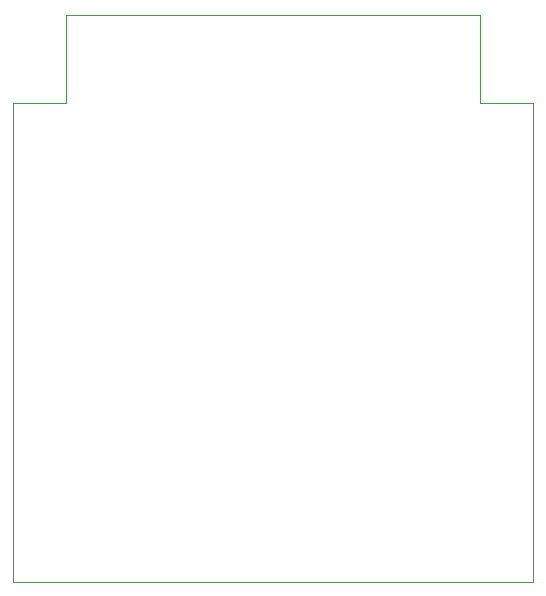
<source format=gbr>
%TF.GenerationSoftware,KiCad,Pcbnew,(5.1.9)-1*%
%TF.CreationDate,2021-07-05T16:47:05-04:00*%
%TF.ProjectId,Amiga2MacFloppy,416d6967-6132-44d6-9163-466c6f707079,1.0*%
%TF.SameCoordinates,Original*%
%TF.FileFunction,Profile,NP*%
%FSLAX46Y46*%
G04 Gerber Fmt 4.6, Leading zero omitted, Abs format (unit mm)*
G04 Created by KiCad (PCBNEW (5.1.9)-1) date 2021-07-05 16:47:05*
%MOMM*%
%LPD*%
G01*
G04 APERTURE LIST*
%TA.AperFunction,Profile*%
%ADD10C,0.050000*%
%TD*%
G04 APERTURE END LIST*
D10*
X120967760Y-88192960D02*
X116467760Y-88192960D01*
X120967760Y-80692960D02*
X120967760Y-88192960D01*
X155967760Y-88192960D02*
X160467760Y-88192960D01*
X155967760Y-80692960D02*
X155967760Y-88192960D01*
X116467760Y-128692960D02*
X116467760Y-88192960D01*
X160467760Y-128692960D02*
X116467760Y-128692960D01*
X160467760Y-88192960D02*
X160467760Y-128692960D01*
X120967760Y-80692960D02*
X155967760Y-80692960D01*
M02*

</source>
